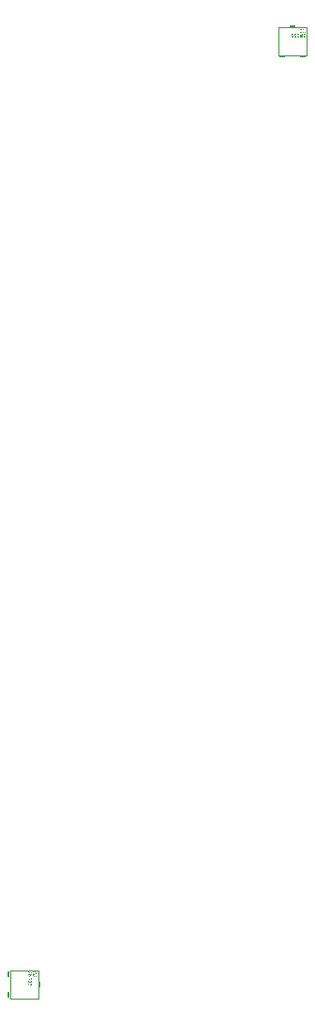
<source format=gbr>
%TF.GenerationSoftware,Altium Limited,Altium Designer,21.3.2 (30)*%
G04 Layer_Color=32768*
%FSLAX24Y24*%
%MOIN*%
%TF.SameCoordinates,B2232A1B-76E2-43D3-9B88-882A457EFEF9*%
%TF.FilePolarity,Positive*%
%TF.FileFunction,Other,Mechanical_7*%
%TF.Part,Single*%
G01*
G75*
%TA.AperFunction,NonConductor*%
%ADD109C,0.0039*%
%ADD111R,0.0236X0.0098*%
%ADD112R,0.0098X0.0236*%
G36*
X36975Y36745D02*
X36978Y36745D01*
X36981Y36745D01*
X36983Y36744D01*
X36986Y36743D01*
X36988Y36743D01*
X36990Y36742D01*
X36992Y36741D01*
X36994Y36740D01*
X36996Y36739D01*
X36997Y36738D01*
X36998Y36737D01*
X36999Y36737D01*
X36999Y36736D01*
X37000Y36736D01*
X37000Y36736D01*
X37002Y36734D01*
X37003Y36732D01*
X37005Y36730D01*
X37006Y36728D01*
X37009Y36723D01*
X37010Y36719D01*
X37011Y36717D01*
X37011Y36715D01*
X37011Y36713D01*
X37012Y36712D01*
X37012Y36711D01*
Y36710D01*
X37012Y36709D01*
Y36709D01*
X36996Y36707D01*
X36996Y36712D01*
X36995Y36715D01*
X36994Y36719D01*
X36993Y36721D01*
X36992Y36723D01*
X36991Y36725D01*
X36990Y36726D01*
X36990Y36726D01*
X36987Y36728D01*
X36984Y36730D01*
X36981Y36731D01*
X36978Y36732D01*
X36976Y36732D01*
X36973Y36733D01*
X36973Y36733D01*
X36972D01*
X36968Y36733D01*
X36964Y36732D01*
X36961Y36731D01*
X36959Y36730D01*
X36957Y36728D01*
X36956Y36727D01*
X36955Y36727D01*
X36954Y36726D01*
X36952Y36724D01*
X36950Y36721D01*
X36949Y36719D01*
X36948Y36716D01*
X36948Y36714D01*
X36948Y36712D01*
X36948Y36711D01*
Y36711D01*
Y36711D01*
X36948Y36708D01*
X36949Y36704D01*
X36950Y36701D01*
X36951Y36698D01*
X36953Y36696D01*
X36954Y36694D01*
X36954Y36693D01*
X36955Y36693D01*
X36955Y36692D01*
Y36692D01*
X36956Y36690D01*
X36958Y36688D01*
X36960Y36686D01*
X36962Y36684D01*
X36967Y36679D01*
X36972Y36675D01*
X36974Y36673D01*
X36976Y36671D01*
X36978Y36670D01*
X36980Y36668D01*
X36981Y36667D01*
X36982Y36666D01*
X36983Y36666D01*
X36983Y36665D01*
X36987Y36662D01*
X36992Y36658D01*
X36995Y36655D01*
X36998Y36652D01*
X37000Y36650D01*
X37002Y36648D01*
X37003Y36647D01*
X37003Y36647D01*
Y36646D01*
X37006Y36643D01*
X37008Y36640D01*
X37009Y36638D01*
X37011Y36635D01*
X37012Y36633D01*
X37013Y36631D01*
X37013Y36630D01*
X37013Y36630D01*
Y36630D01*
X37014Y36628D01*
X37014Y36626D01*
X37015Y36624D01*
X37015Y36622D01*
X37015Y36621D01*
Y36620D01*
Y36619D01*
Y36619D01*
X36932D01*
Y36634D01*
X36994D01*
X36991Y36637D01*
X36990Y36638D01*
X36989Y36640D01*
X36989Y36641D01*
X36988Y36641D01*
X36987Y36642D01*
X36987Y36642D01*
X36986Y36643D01*
X36985Y36644D01*
X36983Y36646D01*
X36980Y36649D01*
X36977Y36652D01*
X36974Y36654D01*
X36972Y36655D01*
X36971Y36656D01*
X36970Y36657D01*
X36970Y36658D01*
X36969Y36658D01*
X36969Y36658D01*
X36966Y36661D01*
X36963Y36663D01*
X36961Y36665D01*
X36958Y36667D01*
X36956Y36669D01*
X36954Y36671D01*
X36952Y36673D01*
X36951Y36674D01*
X36950Y36676D01*
X36948Y36677D01*
X36948Y36678D01*
X36947Y36679D01*
X36946Y36680D01*
X36945Y36680D01*
X36943Y36683D01*
X36941Y36686D01*
X36939Y36689D01*
X36937Y36691D01*
X36936Y36693D01*
X36936Y36694D01*
X36935Y36695D01*
X36935Y36696D01*
X36934Y36698D01*
X36933Y36701D01*
X36932Y36704D01*
X36932Y36706D01*
X36932Y36708D01*
X36932Y36709D01*
Y36710D01*
Y36711D01*
X36932Y36713D01*
X36932Y36716D01*
X36933Y36718D01*
X36933Y36721D01*
X36935Y36725D01*
X36937Y36728D01*
X36938Y36730D01*
X36939Y36731D01*
X36940Y36733D01*
X36941Y36734D01*
X36942Y36734D01*
X36942Y36735D01*
X36942Y36735D01*
X36942Y36735D01*
X36944Y36737D01*
X36947Y36739D01*
X36949Y36740D01*
X36951Y36741D01*
X36956Y36743D01*
X36961Y36744D01*
X36963Y36745D01*
X36965Y36745D01*
X36967Y36745D01*
X36968Y36745D01*
X36969Y36746D01*
X36971D01*
X36975Y36745D01*
D02*
G37*
G36*
X36750D02*
X36753Y36745D01*
X36756Y36745D01*
X36758Y36744D01*
X36761Y36743D01*
X36763Y36743D01*
X36765Y36742D01*
X36767Y36741D01*
X36769Y36740D01*
X36771Y36739D01*
X36772Y36738D01*
X36773Y36737D01*
X36774Y36737D01*
X36774Y36736D01*
X36775Y36736D01*
X36775Y36736D01*
X36777Y36734D01*
X36778Y36732D01*
X36780Y36730D01*
X36781Y36728D01*
X36784Y36723D01*
X36785Y36719D01*
X36786Y36717D01*
X36786Y36715D01*
X36786Y36713D01*
X36787Y36712D01*
X36787Y36711D01*
Y36710D01*
X36787Y36709D01*
Y36709D01*
X36771Y36707D01*
X36771Y36712D01*
X36770Y36715D01*
X36769Y36719D01*
X36768Y36721D01*
X36767Y36723D01*
X36766Y36725D01*
X36765Y36726D01*
X36765Y36726D01*
X36762Y36728D01*
X36759Y36730D01*
X36756Y36731D01*
X36753Y36732D01*
X36751Y36732D01*
X36748Y36733D01*
X36748Y36733D01*
X36747D01*
X36743Y36733D01*
X36739Y36732D01*
X36736Y36731D01*
X36734Y36730D01*
X36732Y36728D01*
X36731Y36727D01*
X36730Y36727D01*
X36729Y36726D01*
X36727Y36724D01*
X36726Y36721D01*
X36724Y36719D01*
X36724Y36716D01*
X36723Y36714D01*
X36723Y36712D01*
X36723Y36711D01*
Y36711D01*
Y36711D01*
X36723Y36708D01*
X36724Y36704D01*
X36725Y36701D01*
X36726Y36698D01*
X36728Y36696D01*
X36729Y36694D01*
X36729Y36693D01*
X36730Y36693D01*
X36730Y36692D01*
Y36692D01*
X36732Y36690D01*
X36733Y36688D01*
X36735Y36686D01*
X36738Y36684D01*
X36742Y36679D01*
X36747Y36675D01*
X36749Y36673D01*
X36751Y36671D01*
X36753Y36670D01*
X36755Y36668D01*
X36756Y36667D01*
X36757Y36666D01*
X36758Y36666D01*
X36758Y36665D01*
X36762Y36662D01*
X36767Y36658D01*
X36770Y36655D01*
X36773Y36652D01*
X36775Y36650D01*
X36777Y36648D01*
X36778Y36647D01*
X36778Y36647D01*
Y36646D01*
X36781Y36643D01*
X36783Y36640D01*
X36785Y36638D01*
X36786Y36635D01*
X36787Y36633D01*
X36788Y36631D01*
X36788Y36630D01*
X36788Y36630D01*
Y36630D01*
X36789Y36628D01*
X36789Y36626D01*
X36790Y36624D01*
X36790Y36622D01*
X36790Y36621D01*
Y36620D01*
Y36619D01*
Y36619D01*
X36707D01*
Y36634D01*
X36769D01*
X36766Y36637D01*
X36765Y36638D01*
X36764Y36640D01*
X36764Y36641D01*
X36763Y36641D01*
X36762Y36642D01*
X36762Y36642D01*
X36761Y36643D01*
X36760Y36644D01*
X36758Y36646D01*
X36755Y36649D01*
X36752Y36652D01*
X36749Y36654D01*
X36747Y36655D01*
X36746Y36656D01*
X36745Y36657D01*
X36745Y36658D01*
X36744Y36658D01*
X36744Y36658D01*
X36741Y36661D01*
X36738Y36663D01*
X36736Y36665D01*
X36733Y36667D01*
X36731Y36669D01*
X36729Y36671D01*
X36728Y36673D01*
X36726Y36674D01*
X36725Y36676D01*
X36724Y36677D01*
X36723Y36678D01*
X36722Y36679D01*
X36721Y36680D01*
X36720Y36680D01*
X36718Y36683D01*
X36716Y36686D01*
X36714Y36689D01*
X36712Y36691D01*
X36711Y36693D01*
X36711Y36694D01*
X36710Y36695D01*
X36710Y36696D01*
X36709Y36698D01*
X36708Y36701D01*
X36708Y36704D01*
X36707Y36706D01*
X36707Y36708D01*
X36707Y36709D01*
Y36710D01*
Y36711D01*
X36707Y36713D01*
X36707Y36716D01*
X36708Y36718D01*
X36708Y36721D01*
X36710Y36725D01*
X36712Y36728D01*
X36713Y36730D01*
X36714Y36731D01*
X36715Y36733D01*
X36716Y36734D01*
X36717Y36734D01*
X36717Y36735D01*
X36717Y36735D01*
X36718Y36735D01*
X36720Y36737D01*
X36722Y36739D01*
X36724Y36740D01*
X36726Y36741D01*
X36731Y36743D01*
X36736Y36744D01*
X36738Y36745D01*
X36740Y36745D01*
X36742Y36745D01*
X36743Y36745D01*
X36744Y36746D01*
X36746D01*
X36750Y36745D01*
D02*
G37*
G36*
X36652D02*
X36655Y36745D01*
X36658Y36745D01*
X36660Y36744D01*
X36663Y36743D01*
X36665Y36743D01*
X36667Y36742D01*
X36669Y36741D01*
X36671Y36740D01*
X36673Y36739D01*
X36674Y36738D01*
X36675Y36737D01*
X36676Y36737D01*
X36677Y36736D01*
X36677Y36736D01*
X36677Y36736D01*
X36679Y36734D01*
X36681Y36732D01*
X36682Y36730D01*
X36683Y36728D01*
X36686Y36723D01*
X36687Y36719D01*
X36688Y36717D01*
X36688Y36715D01*
X36689Y36713D01*
X36689Y36712D01*
X36689Y36711D01*
Y36710D01*
X36689Y36709D01*
Y36709D01*
X36673Y36707D01*
X36673Y36712D01*
X36672Y36715D01*
X36671Y36719D01*
X36670Y36721D01*
X36669Y36723D01*
X36668Y36725D01*
X36667Y36726D01*
X36667Y36726D01*
X36664Y36728D01*
X36661Y36730D01*
X36658Y36731D01*
X36655Y36732D01*
X36653Y36732D01*
X36651Y36733D01*
X36650Y36733D01*
X36649D01*
X36645Y36733D01*
X36641Y36732D01*
X36639Y36731D01*
X36636Y36730D01*
X36634Y36728D01*
X36633Y36727D01*
X36632Y36727D01*
X36631Y36726D01*
X36629Y36724D01*
X36628Y36721D01*
X36626Y36719D01*
X36626Y36716D01*
X36625Y36714D01*
X36625Y36712D01*
X36625Y36711D01*
Y36711D01*
Y36711D01*
X36625Y36708D01*
X36626Y36704D01*
X36627Y36701D01*
X36628Y36698D01*
X36630Y36696D01*
X36631Y36694D01*
X36631Y36693D01*
X36632Y36693D01*
X36632Y36692D01*
Y36692D01*
X36634Y36690D01*
X36635Y36688D01*
X36637Y36686D01*
X36640Y36684D01*
X36644Y36679D01*
X36649Y36675D01*
X36651Y36673D01*
X36653Y36671D01*
X36655Y36670D01*
X36657Y36668D01*
X36658Y36667D01*
X36659Y36666D01*
X36660Y36666D01*
X36660Y36665D01*
X36665Y36662D01*
X36669Y36658D01*
X36672Y36655D01*
X36675Y36652D01*
X36677Y36650D01*
X36679Y36648D01*
X36680Y36647D01*
X36680Y36647D01*
Y36646D01*
X36683Y36643D01*
X36685Y36640D01*
X36687Y36638D01*
X36688Y36635D01*
X36689Y36633D01*
X36690Y36631D01*
X36690Y36630D01*
X36690Y36630D01*
Y36630D01*
X36691Y36628D01*
X36692Y36626D01*
X36692Y36624D01*
X36692Y36622D01*
X36692Y36621D01*
Y36620D01*
Y36619D01*
Y36619D01*
X36609D01*
Y36634D01*
X36671D01*
X36669Y36637D01*
X36667Y36638D01*
X36667Y36640D01*
X36666Y36641D01*
X36665Y36641D01*
X36664Y36642D01*
X36664Y36642D01*
X36663Y36643D01*
X36662Y36644D01*
X36660Y36646D01*
X36657Y36649D01*
X36654Y36652D01*
X36651Y36654D01*
X36649Y36655D01*
X36648Y36656D01*
X36647Y36657D01*
X36647Y36658D01*
X36646Y36658D01*
X36646Y36658D01*
X36643Y36661D01*
X36640Y36663D01*
X36638Y36665D01*
X36635Y36667D01*
X36633Y36669D01*
X36631Y36671D01*
X36630Y36673D01*
X36628Y36674D01*
X36627Y36676D01*
X36626Y36677D01*
X36625Y36678D01*
X36624Y36679D01*
X36623Y36680D01*
X36623Y36680D01*
X36620Y36683D01*
X36618Y36686D01*
X36616Y36689D01*
X36615Y36691D01*
X36613Y36693D01*
X36613Y36694D01*
X36612Y36695D01*
X36612Y36696D01*
X36611Y36698D01*
X36610Y36701D01*
X36610Y36704D01*
X36609Y36706D01*
X36609Y36708D01*
X36609Y36709D01*
Y36710D01*
Y36711D01*
X36609Y36713D01*
X36609Y36716D01*
X36610Y36718D01*
X36611Y36721D01*
X36612Y36725D01*
X36614Y36728D01*
X36615Y36730D01*
X36616Y36731D01*
X36617Y36733D01*
X36618Y36734D01*
X36619Y36734D01*
X36619Y36735D01*
X36619Y36735D01*
X36620Y36735D01*
X36622Y36737D01*
X36624Y36739D01*
X36626Y36740D01*
X36629Y36741D01*
X36633Y36743D01*
X36638Y36744D01*
X36640Y36745D01*
X36642Y36745D01*
X36644Y36745D01*
X36645Y36745D01*
X36647Y36746D01*
X36648D01*
X36652Y36745D01*
D02*
G37*
G36*
X36554D02*
X36557Y36745D01*
X36560Y36745D01*
X36562Y36744D01*
X36565Y36743D01*
X36567Y36743D01*
X36570Y36742D01*
X36572Y36741D01*
X36573Y36740D01*
X36575Y36739D01*
X36576Y36738D01*
X36577Y36737D01*
X36578Y36737D01*
X36579Y36736D01*
X36579Y36736D01*
X36579Y36736D01*
X36581Y36734D01*
X36583Y36732D01*
X36584Y36730D01*
X36586Y36728D01*
X36588Y36723D01*
X36589Y36719D01*
X36590Y36717D01*
X36590Y36715D01*
X36591Y36713D01*
X36591Y36712D01*
X36591Y36711D01*
Y36710D01*
X36591Y36709D01*
Y36709D01*
X36576Y36707D01*
X36575Y36712D01*
X36574Y36715D01*
X36573Y36719D01*
X36572Y36721D01*
X36571Y36723D01*
X36570Y36725D01*
X36569Y36726D01*
X36569Y36726D01*
X36566Y36728D01*
X36563Y36730D01*
X36560Y36731D01*
X36557Y36732D01*
X36555Y36732D01*
X36553Y36733D01*
X36552Y36733D01*
X36551D01*
X36547Y36733D01*
X36544Y36732D01*
X36541Y36731D01*
X36538Y36730D01*
X36536Y36728D01*
X36535Y36727D01*
X36534Y36727D01*
X36534Y36726D01*
X36531Y36724D01*
X36530Y36721D01*
X36528Y36719D01*
X36528Y36716D01*
X36527Y36714D01*
X36527Y36712D01*
X36527Y36711D01*
Y36711D01*
Y36711D01*
X36527Y36708D01*
X36528Y36704D01*
X36529Y36701D01*
X36530Y36698D01*
X36532Y36696D01*
X36533Y36694D01*
X36534Y36693D01*
X36534Y36693D01*
X36534Y36692D01*
Y36692D01*
X36536Y36690D01*
X36538Y36688D01*
X36540Y36686D01*
X36542Y36684D01*
X36546Y36679D01*
X36551Y36675D01*
X36553Y36673D01*
X36555Y36671D01*
X36557Y36670D01*
X36559Y36668D01*
X36560Y36667D01*
X36561Y36666D01*
X36562Y36666D01*
X36562Y36665D01*
X36567Y36662D01*
X36571Y36658D01*
X36574Y36655D01*
X36577Y36652D01*
X36579Y36650D01*
X36581Y36648D01*
X36582Y36647D01*
X36582Y36647D01*
Y36646D01*
X36585Y36643D01*
X36587Y36640D01*
X36589Y36638D01*
X36590Y36635D01*
X36591Y36633D01*
X36592Y36631D01*
X36592Y36630D01*
X36592Y36630D01*
Y36630D01*
X36593Y36628D01*
X36594Y36626D01*
X36594Y36624D01*
X36594Y36622D01*
X36594Y36621D01*
Y36620D01*
Y36619D01*
Y36619D01*
X36511D01*
Y36634D01*
X36573D01*
X36571Y36637D01*
X36570Y36638D01*
X36569Y36640D01*
X36568Y36641D01*
X36567Y36641D01*
X36566Y36642D01*
X36566Y36642D01*
X36565Y36643D01*
X36564Y36644D01*
X36562Y36646D01*
X36559Y36649D01*
X36556Y36652D01*
X36553Y36654D01*
X36552Y36655D01*
X36550Y36656D01*
X36550Y36657D01*
X36549Y36658D01*
X36548Y36658D01*
X36548Y36658D01*
X36545Y36661D01*
X36542Y36663D01*
X36540Y36665D01*
X36538Y36667D01*
X36535Y36669D01*
X36534Y36671D01*
X36532Y36673D01*
X36530Y36674D01*
X36529Y36676D01*
X36528Y36677D01*
X36527Y36678D01*
X36526Y36679D01*
X36525Y36680D01*
X36525Y36680D01*
X36522Y36683D01*
X36520Y36686D01*
X36518Y36689D01*
X36517Y36691D01*
X36516Y36693D01*
X36515Y36694D01*
X36514Y36695D01*
X36514Y36696D01*
X36513Y36698D01*
X36512Y36701D01*
X36512Y36704D01*
X36511Y36706D01*
X36511Y36708D01*
X36511Y36709D01*
Y36710D01*
Y36711D01*
X36511Y36713D01*
X36511Y36716D01*
X36512Y36718D01*
X36513Y36721D01*
X36514Y36725D01*
X36516Y36728D01*
X36517Y36730D01*
X36518Y36731D01*
X36519Y36733D01*
X36520Y36734D01*
X36521Y36734D01*
X36521Y36735D01*
X36522Y36735D01*
X36522Y36735D01*
X36524Y36737D01*
X36526Y36739D01*
X36528Y36740D01*
X36531Y36741D01*
X36535Y36743D01*
X36540Y36744D01*
X36542Y36745D01*
X36544Y36745D01*
X36546Y36745D01*
X36547Y36745D01*
X36549Y36746D01*
X36550D01*
X36554Y36745D01*
D02*
G37*
G36*
X36909Y36619D02*
X36893D01*
Y36718D01*
X36827Y36619D01*
X36810D01*
Y36745D01*
X36826D01*
Y36646D01*
X36892Y36745D01*
X36909D01*
Y36619D01*
D02*
G37*
G36*
X36845Y36912D02*
X36849Y36912D01*
X36854Y36910D01*
X36857Y36909D01*
X36859Y36908D01*
X36860Y36907D01*
X36861Y36906D01*
X36862Y36906D01*
X36863Y36905D01*
X36864Y36905D01*
X36864Y36904D01*
X36864Y36904D01*
X36868Y36901D01*
X36870Y36897D01*
X36873Y36893D01*
X36874Y36889D01*
X36876Y36886D01*
X36876Y36884D01*
X36876Y36883D01*
X36877Y36882D01*
X36877Y36881D01*
X36877Y36880D01*
Y36880D01*
X36861Y36878D01*
X36861Y36882D01*
X36860Y36885D01*
X36858Y36888D01*
X36857Y36890D01*
X36856Y36892D01*
X36855Y36893D01*
X36854Y36894D01*
X36854Y36894D01*
X36851Y36896D01*
X36849Y36898D01*
X36847Y36899D01*
X36844Y36899D01*
X36842Y36900D01*
X36840Y36900D01*
X36839D01*
X36836Y36900D01*
X36833Y36899D01*
X36830Y36898D01*
X36828Y36897D01*
X36826Y36896D01*
X36825Y36895D01*
X36824Y36895D01*
X36824Y36894D01*
X36822Y36892D01*
X36821Y36890D01*
X36820Y36888D01*
X36819Y36885D01*
X36819Y36883D01*
X36818Y36882D01*
Y36881D01*
Y36881D01*
Y36880D01*
Y36878D01*
X36819Y36877D01*
X36819Y36874D01*
X36821Y36871D01*
X36822Y36868D01*
X36824Y36867D01*
X36825Y36866D01*
X36826Y36865D01*
X36826Y36865D01*
X36826D01*
X36829Y36863D01*
X36832Y36862D01*
X36835Y36861D01*
X36838Y36860D01*
X36840Y36860D01*
X36842Y36860D01*
X36845D01*
X36845Y36860D01*
X36846D01*
X36848Y36846D01*
X36846Y36847D01*
X36844Y36847D01*
X36842Y36847D01*
X36840Y36847D01*
X36839Y36848D01*
X36837D01*
X36833Y36847D01*
X36830Y36847D01*
X36827Y36845D01*
X36824Y36844D01*
X36822Y36843D01*
X36821Y36842D01*
X36820Y36841D01*
X36820Y36841D01*
X36817Y36838D01*
X36815Y36835D01*
X36814Y36832D01*
X36813Y36829D01*
X36813Y36827D01*
X36813Y36825D01*
X36813Y36824D01*
Y36824D01*
Y36823D01*
Y36823D01*
X36813Y36819D01*
X36814Y36815D01*
X36815Y36812D01*
X36816Y36810D01*
X36818Y36807D01*
X36819Y36806D01*
X36820Y36805D01*
X36820Y36804D01*
X36823Y36802D01*
X36826Y36800D01*
X36829Y36799D01*
X36832Y36798D01*
X36835Y36797D01*
X36837Y36797D01*
X36837Y36797D01*
X36839D01*
X36842Y36797D01*
X36845Y36798D01*
X36848Y36799D01*
X36850Y36800D01*
X36852Y36801D01*
X36853Y36802D01*
X36854Y36802D01*
X36854Y36803D01*
X36856Y36805D01*
X36858Y36808D01*
X36860Y36811D01*
X36861Y36814D01*
X36862Y36817D01*
X36862Y36818D01*
X36863Y36819D01*
X36863Y36820D01*
X36863Y36821D01*
X36863Y36821D01*
Y36822D01*
X36879Y36820D01*
X36878Y36817D01*
X36878Y36814D01*
X36876Y36809D01*
X36874Y36805D01*
X36873Y36803D01*
X36872Y36801D01*
X36871Y36799D01*
X36870Y36798D01*
X36869Y36797D01*
X36868Y36796D01*
X36867Y36795D01*
X36867Y36795D01*
X36866Y36794D01*
X36866Y36794D01*
X36864Y36792D01*
X36862Y36791D01*
X36860Y36789D01*
X36857Y36788D01*
X36853Y36787D01*
X36848Y36785D01*
X36846Y36785D01*
X36845Y36785D01*
X36843Y36785D01*
X36841Y36784D01*
X36840Y36784D01*
X36839D01*
X36835Y36784D01*
X36832Y36785D01*
X36829Y36785D01*
X36826Y36786D01*
X36823Y36787D01*
X36821Y36788D01*
X36819Y36789D01*
X36817Y36790D01*
X36815Y36791D01*
X36813Y36792D01*
X36812Y36793D01*
X36811Y36794D01*
X36810Y36795D01*
X36809Y36795D01*
X36809Y36795D01*
X36808Y36796D01*
X36806Y36798D01*
X36804Y36800D01*
X36803Y36803D01*
X36801Y36805D01*
X36800Y36807D01*
X36799Y36809D01*
X36798Y36814D01*
X36797Y36816D01*
X36797Y36818D01*
X36797Y36819D01*
X36796Y36821D01*
X36796Y36822D01*
Y36823D01*
Y36823D01*
Y36823D01*
X36796Y36828D01*
X36797Y36832D01*
X36798Y36835D01*
X36799Y36838D01*
X36800Y36841D01*
X36801Y36842D01*
X36802Y36843D01*
X36802Y36844D01*
X36805Y36847D01*
X36808Y36849D01*
X36811Y36851D01*
X36813Y36852D01*
X36816Y36853D01*
X36818Y36854D01*
X36819Y36854D01*
X36819Y36854D01*
X36820Y36855D01*
X36820D01*
X36817Y36856D01*
X36814Y36858D01*
X36812Y36860D01*
X36810Y36861D01*
X36809Y36863D01*
X36808Y36864D01*
X36807Y36865D01*
X36807Y36865D01*
X36805Y36868D01*
X36804Y36870D01*
X36803Y36873D01*
X36803Y36875D01*
X36803Y36877D01*
X36802Y36879D01*
Y36880D01*
Y36880D01*
X36803Y36883D01*
X36803Y36886D01*
X36804Y36889D01*
X36805Y36891D01*
X36806Y36893D01*
X36806Y36895D01*
X36807Y36896D01*
X36807Y36896D01*
X36809Y36899D01*
X36811Y36901D01*
X36813Y36903D01*
X36815Y36905D01*
X36817Y36906D01*
X36819Y36908D01*
X36820Y36908D01*
X36820Y36908D01*
X36820D01*
X36824Y36910D01*
X36827Y36911D01*
X36830Y36912D01*
X36833Y36912D01*
X36835Y36913D01*
X36837Y36913D01*
X36842D01*
X36845Y36912D01*
D02*
G37*
G36*
X36961Y36914D02*
X36967Y36913D01*
X36973Y36912D01*
X36975Y36911D01*
X36977Y36910D01*
X36979Y36910D01*
X36981Y36909D01*
X36983Y36908D01*
X36984Y36908D01*
X36985Y36907D01*
X36986Y36907D01*
X36986Y36907D01*
X36986Y36906D01*
X36991Y36903D01*
X36995Y36899D01*
X36999Y36896D01*
X37002Y36892D01*
X37005Y36888D01*
X37006Y36887D01*
X37006Y36886D01*
X37007Y36885D01*
X37007Y36884D01*
X37008Y36883D01*
X37008Y36883D01*
X37010Y36877D01*
X37012Y36871D01*
X37013Y36866D01*
X37014Y36860D01*
X37015Y36858D01*
X37015Y36856D01*
X37015Y36854D01*
Y36852D01*
X37015Y36851D01*
Y36850D01*
Y36849D01*
Y36849D01*
X37015Y36842D01*
X37014Y36836D01*
X37013Y36833D01*
X37013Y36830D01*
X37012Y36828D01*
X37011Y36825D01*
X37011Y36823D01*
X37010Y36821D01*
X37009Y36819D01*
X37009Y36818D01*
X37009Y36817D01*
X37008Y36816D01*
X37008Y36816D01*
Y36815D01*
X37005Y36810D01*
X37001Y36806D01*
X36998Y36802D01*
X36994Y36798D01*
X36991Y36796D01*
X36990Y36795D01*
X36989Y36794D01*
X36988Y36793D01*
X36987Y36793D01*
X36987Y36793D01*
X36987Y36792D01*
X36984Y36791D01*
X36981Y36790D01*
X36976Y36788D01*
X36971Y36786D01*
X36966Y36785D01*
X36964Y36785D01*
X36962Y36785D01*
X36960Y36784D01*
X36958D01*
X36957Y36784D01*
X36955D01*
X36952Y36784D01*
X36949Y36785D01*
X36943Y36785D01*
X36938Y36787D01*
X36936Y36787D01*
X36934Y36788D01*
X36932Y36789D01*
X36930Y36789D01*
X36928Y36790D01*
X36927Y36791D01*
X36926Y36791D01*
X36925Y36792D01*
X36925Y36792D01*
X36924D01*
X36919Y36788D01*
X36914Y36785D01*
X36910Y36783D01*
X36906Y36780D01*
X36904Y36779D01*
X36902Y36779D01*
X36901Y36778D01*
X36900Y36777D01*
X36899Y36777D01*
X36898Y36777D01*
X36898Y36777D01*
X36897D01*
X36892Y36788D01*
X36896Y36790D01*
X36900Y36791D01*
X36904Y36793D01*
X36907Y36795D01*
X36910Y36797D01*
X36911Y36798D01*
X36912Y36798D01*
X36913Y36799D01*
X36913Y36799D01*
X36914Y36800D01*
X36914D01*
X36910Y36803D01*
X36908Y36807D01*
X36905Y36811D01*
X36903Y36814D01*
X36902Y36817D01*
X36901Y36818D01*
X36900Y36819D01*
X36900Y36820D01*
X36900Y36821D01*
X36900Y36821D01*
Y36821D01*
X36898Y36826D01*
X36897Y36831D01*
X36896Y36836D01*
X36895Y36840D01*
X36895Y36842D01*
X36895Y36844D01*
Y36845D01*
X36895Y36847D01*
Y36848D01*
Y36849D01*
Y36849D01*
Y36849D01*
X36895Y36856D01*
X36896Y36862D01*
X36896Y36865D01*
X36897Y36868D01*
X36898Y36871D01*
X36898Y36873D01*
X36899Y36875D01*
X36900Y36877D01*
X36900Y36879D01*
X36901Y36880D01*
X36902Y36881D01*
X36902Y36882D01*
X36902Y36883D01*
Y36883D01*
X36905Y36888D01*
X36909Y36893D01*
X36912Y36897D01*
X36916Y36900D01*
X36919Y36903D01*
X36920Y36904D01*
X36921Y36905D01*
X36922Y36905D01*
X36923Y36906D01*
X36923Y36906D01*
X36924Y36906D01*
X36926Y36908D01*
X36929Y36909D01*
X36934Y36911D01*
X36940Y36912D01*
X36944Y36913D01*
X36947Y36914D01*
X36949Y36914D01*
X36950Y36914D01*
X36952D01*
X36953Y36914D01*
X36958D01*
X36961Y36914D01*
D02*
G37*
G36*
X27141Y3452D02*
X27143Y3452D01*
X27145Y3452D01*
X27147Y3451D01*
X27149Y3450D01*
X27149D01*
X27149Y3450D01*
X27150Y3450D01*
X27152Y3449D01*
X27154Y3448D01*
X27157Y3447D01*
X27159Y3445D01*
X27162Y3443D01*
X27165Y3440D01*
X27166D01*
X27166Y3440D01*
X27167Y3439D01*
X27169Y3437D01*
X27171Y3435D01*
X27174Y3432D01*
X27177Y3429D01*
X27181Y3425D01*
X27184Y3420D01*
X27185Y3420D01*
X27185Y3419D01*
X27186Y3418D01*
X27187Y3417D01*
X27189Y3415D01*
X27190Y3413D01*
X27192Y3411D01*
X27194Y3409D01*
X27198Y3404D01*
X27203Y3400D01*
X27205Y3397D01*
X27207Y3395D01*
X27209Y3394D01*
X27211Y3392D01*
X27211D01*
X27211Y3392D01*
X27212Y3391D01*
X27213Y3391D01*
X27215Y3390D01*
X27217Y3388D01*
X27220Y3387D01*
X27223Y3386D01*
X27227Y3385D01*
X27230Y3385D01*
X27230D01*
X27230D01*
X27231Y3385D01*
X27233Y3385D01*
X27235Y3386D01*
X27238Y3386D01*
X27240Y3388D01*
X27243Y3389D01*
X27245Y3391D01*
X27246Y3392D01*
X27246Y3393D01*
X27247Y3394D01*
X27249Y3396D01*
X27250Y3399D01*
X27251Y3401D01*
X27252Y3405D01*
X27252Y3409D01*
Y3410D01*
X27252Y3411D01*
X27251Y3413D01*
X27251Y3415D01*
X27250Y3418D01*
X27249Y3421D01*
X27247Y3424D01*
X27245Y3427D01*
X27245Y3427D01*
X27244Y3428D01*
X27242Y3429D01*
X27240Y3430D01*
X27238Y3431D01*
X27234Y3432D01*
X27231Y3433D01*
X27226Y3434D01*
X27228Y3449D01*
X27228D01*
X27229Y3449D01*
X27230D01*
X27231Y3449D01*
X27232Y3449D01*
X27234Y3448D01*
X27236Y3448D01*
X27238Y3447D01*
X27242Y3446D01*
X27247Y3444D01*
X27249Y3442D01*
X27251Y3441D01*
X27253Y3439D01*
X27255Y3437D01*
X27255Y3437D01*
X27255Y3437D01*
X27256Y3436D01*
X27256Y3435D01*
X27257Y3434D01*
X27258Y3433D01*
X27259Y3431D01*
X27260Y3430D01*
X27261Y3428D01*
X27262Y3425D01*
X27262Y3423D01*
X27263Y3420D01*
X27264Y3418D01*
X27264Y3415D01*
X27264Y3412D01*
X27264Y3408D01*
Y3407D01*
X27264Y3405D01*
X27264Y3404D01*
X27264Y3402D01*
X27264Y3400D01*
X27263Y3398D01*
X27262Y3393D01*
X27260Y3389D01*
X27259Y3386D01*
X27258Y3384D01*
X27256Y3382D01*
X27254Y3380D01*
X27254Y3379D01*
X27254Y3379D01*
X27253Y3379D01*
X27252Y3378D01*
X27252Y3377D01*
X27250Y3376D01*
X27249Y3375D01*
X27247Y3374D01*
X27244Y3372D01*
X27240Y3371D01*
X27237Y3370D01*
X27235Y3369D01*
X27232Y3369D01*
X27229Y3369D01*
X27229D01*
X27228D01*
X27227Y3369D01*
X27225Y3369D01*
X27223Y3370D01*
X27220Y3370D01*
X27217Y3371D01*
X27215Y3372D01*
X27214Y3372D01*
X27213Y3373D01*
X27212Y3373D01*
X27210Y3375D01*
X27208Y3376D01*
X27205Y3378D01*
X27202Y3380D01*
X27199Y3383D01*
X27199Y3383D01*
X27198Y3384D01*
X27197Y3385D01*
X27196Y3386D01*
X27195Y3387D01*
X27193Y3388D01*
X27192Y3390D01*
X27190Y3391D01*
X27188Y3393D01*
X27186Y3395D01*
X27184Y3398D01*
X27182Y3400D01*
X27180Y3403D01*
X27177Y3406D01*
X27177Y3406D01*
X27177Y3407D01*
X27176Y3407D01*
X27175Y3408D01*
X27174Y3409D01*
X27173Y3411D01*
X27171Y3414D01*
X27168Y3417D01*
X27165Y3420D01*
X27163Y3422D01*
X27162Y3423D01*
X27161Y3424D01*
X27161Y3424D01*
X27160Y3425D01*
X27160Y3426D01*
X27159Y3427D01*
X27157Y3428D01*
X27156Y3429D01*
X27153Y3431D01*
Y3369D01*
X27138D01*
Y3452D01*
X27138D01*
X27139D01*
X27140D01*
X27141Y3452D01*
D02*
G37*
G36*
X27264Y3329D02*
X27165Y3263D01*
X27264D01*
Y3247D01*
X27138D01*
Y3264D01*
X27237Y3330D01*
X27138D01*
Y3346D01*
X27264D01*
Y3329D01*
D02*
G37*
G36*
X27141Y3227D02*
X27143Y3227D01*
X27145Y3227D01*
X27147Y3226D01*
X27149Y3225D01*
X27149D01*
X27149Y3225D01*
X27150Y3225D01*
X27152Y3224D01*
X27154Y3223D01*
X27157Y3222D01*
X27159Y3220D01*
X27162Y3218D01*
X27165Y3215D01*
X27166D01*
X27166Y3215D01*
X27167Y3214D01*
X27169Y3212D01*
X27171Y3210D01*
X27174Y3207D01*
X27177Y3204D01*
X27181Y3200D01*
X27184Y3195D01*
X27185Y3195D01*
X27185Y3194D01*
X27186Y3193D01*
X27187Y3192D01*
X27189Y3190D01*
X27190Y3188D01*
X27192Y3186D01*
X27194Y3184D01*
X27198Y3179D01*
X27203Y3175D01*
X27205Y3173D01*
X27207Y3171D01*
X27209Y3169D01*
X27211Y3167D01*
X27211D01*
X27211Y3167D01*
X27212Y3167D01*
X27213Y3166D01*
X27215Y3165D01*
X27217Y3163D01*
X27220Y3162D01*
X27223Y3161D01*
X27227Y3160D01*
X27230Y3160D01*
X27230D01*
X27230D01*
X27231Y3160D01*
X27233Y3160D01*
X27235Y3161D01*
X27238Y3161D01*
X27240Y3163D01*
X27243Y3164D01*
X27245Y3167D01*
X27246Y3167D01*
X27246Y3168D01*
X27247Y3169D01*
X27249Y3171D01*
X27250Y3174D01*
X27251Y3177D01*
X27252Y3180D01*
X27252Y3184D01*
Y3185D01*
X27252Y3186D01*
X27251Y3188D01*
X27251Y3190D01*
X27250Y3193D01*
X27249Y3196D01*
X27247Y3199D01*
X27245Y3202D01*
X27245Y3202D01*
X27244Y3203D01*
X27242Y3204D01*
X27240Y3205D01*
X27238Y3206D01*
X27234Y3207D01*
X27231Y3208D01*
X27226Y3209D01*
X27228Y3224D01*
X27228D01*
X27229Y3224D01*
X27230D01*
X27231Y3224D01*
X27232Y3224D01*
X27234Y3223D01*
X27236Y3223D01*
X27238Y3222D01*
X27242Y3221D01*
X27247Y3219D01*
X27249Y3217D01*
X27251Y3216D01*
X27253Y3214D01*
X27255Y3212D01*
X27255Y3212D01*
X27255Y3212D01*
X27256Y3211D01*
X27256Y3210D01*
X27257Y3209D01*
X27258Y3208D01*
X27259Y3206D01*
X27260Y3205D01*
X27261Y3203D01*
X27262Y3200D01*
X27262Y3198D01*
X27263Y3195D01*
X27264Y3193D01*
X27264Y3190D01*
X27264Y3187D01*
X27264Y3183D01*
Y3182D01*
X27264Y3180D01*
X27264Y3179D01*
X27264Y3177D01*
X27264Y3175D01*
X27263Y3173D01*
X27262Y3168D01*
X27260Y3164D01*
X27259Y3161D01*
X27258Y3159D01*
X27256Y3157D01*
X27254Y3155D01*
X27254Y3155D01*
X27254Y3154D01*
X27253Y3154D01*
X27252Y3153D01*
X27252Y3152D01*
X27250Y3151D01*
X27249Y3150D01*
X27247Y3149D01*
X27244Y3147D01*
X27240Y3146D01*
X27237Y3145D01*
X27235Y3144D01*
X27232Y3144D01*
X27229Y3144D01*
X27229D01*
X27228D01*
X27227Y3144D01*
X27225Y3144D01*
X27223Y3145D01*
X27220Y3145D01*
X27217Y3146D01*
X27215Y3147D01*
X27214Y3147D01*
X27213Y3148D01*
X27212Y3149D01*
X27210Y3150D01*
X27208Y3151D01*
X27205Y3153D01*
X27202Y3155D01*
X27199Y3158D01*
X27199Y3158D01*
X27198Y3159D01*
X27197Y3160D01*
X27196Y3161D01*
X27195Y3162D01*
X27193Y3163D01*
X27192Y3165D01*
X27190Y3167D01*
X27188Y3168D01*
X27186Y3171D01*
X27184Y3173D01*
X27182Y3175D01*
X27180Y3178D01*
X27177Y3181D01*
X27177Y3181D01*
X27177Y3182D01*
X27176Y3183D01*
X27175Y3183D01*
X27174Y3185D01*
X27173Y3186D01*
X27171Y3189D01*
X27168Y3192D01*
X27165Y3195D01*
X27163Y3197D01*
X27162Y3198D01*
X27161Y3199D01*
X27161Y3199D01*
X27160Y3200D01*
X27160Y3201D01*
X27159Y3202D01*
X27157Y3203D01*
X27156Y3204D01*
X27153Y3206D01*
Y3144D01*
X27138D01*
Y3227D01*
X27138D01*
X27139D01*
X27140D01*
X27141Y3227D01*
D02*
G37*
G36*
Y3129D02*
X27143Y3129D01*
X27145Y3129D01*
X27147Y3128D01*
X27149Y3128D01*
X27149D01*
X27149Y3127D01*
X27150Y3127D01*
X27152Y3126D01*
X27154Y3125D01*
X27157Y3124D01*
X27159Y3122D01*
X27162Y3120D01*
X27165Y3117D01*
X27166D01*
X27166Y3117D01*
X27167Y3116D01*
X27169Y3114D01*
X27171Y3112D01*
X27174Y3109D01*
X27177Y3106D01*
X27181Y3102D01*
X27184Y3097D01*
X27185Y3097D01*
X27185Y3096D01*
X27186Y3095D01*
X27187Y3094D01*
X27189Y3092D01*
X27190Y3090D01*
X27192Y3088D01*
X27194Y3086D01*
X27198Y3081D01*
X27203Y3077D01*
X27205Y3075D01*
X27207Y3073D01*
X27209Y3071D01*
X27211Y3069D01*
X27211D01*
X27211Y3069D01*
X27212Y3069D01*
X27213Y3068D01*
X27215Y3067D01*
X27217Y3066D01*
X27220Y3064D01*
X27223Y3063D01*
X27227Y3062D01*
X27230Y3062D01*
X27230D01*
X27230D01*
X27231Y3062D01*
X27233Y3062D01*
X27235Y3063D01*
X27238Y3064D01*
X27240Y3065D01*
X27243Y3066D01*
X27245Y3069D01*
X27246Y3069D01*
X27246Y3070D01*
X27247Y3071D01*
X27249Y3073D01*
X27250Y3076D01*
X27251Y3079D01*
X27252Y3082D01*
X27252Y3086D01*
Y3087D01*
X27252Y3088D01*
X27251Y3090D01*
X27251Y3092D01*
X27250Y3095D01*
X27249Y3098D01*
X27247Y3101D01*
X27245Y3104D01*
X27245Y3104D01*
X27244Y3105D01*
X27242Y3106D01*
X27240Y3107D01*
X27238Y3108D01*
X27234Y3110D01*
X27231Y3110D01*
X27226Y3111D01*
X27228Y3126D01*
X27228D01*
X27229Y3126D01*
X27230D01*
X27231Y3126D01*
X27232Y3126D01*
X27234Y3125D01*
X27236Y3125D01*
X27238Y3124D01*
X27242Y3123D01*
X27247Y3121D01*
X27249Y3119D01*
X27251Y3118D01*
X27253Y3116D01*
X27255Y3114D01*
X27255Y3114D01*
X27255Y3114D01*
X27256Y3113D01*
X27256Y3112D01*
X27257Y3111D01*
X27258Y3110D01*
X27259Y3108D01*
X27260Y3107D01*
X27261Y3105D01*
X27262Y3102D01*
X27262Y3100D01*
X27263Y3098D01*
X27264Y3095D01*
X27264Y3092D01*
X27264Y3089D01*
X27264Y3086D01*
Y3084D01*
X27264Y3082D01*
X27264Y3081D01*
X27264Y3079D01*
X27264Y3077D01*
X27263Y3075D01*
X27262Y3070D01*
X27260Y3066D01*
X27259Y3063D01*
X27258Y3061D01*
X27256Y3059D01*
X27254Y3057D01*
X27254Y3057D01*
X27254Y3056D01*
X27253Y3056D01*
X27252Y3055D01*
X27252Y3054D01*
X27250Y3053D01*
X27249Y3052D01*
X27247Y3051D01*
X27244Y3049D01*
X27240Y3048D01*
X27237Y3047D01*
X27235Y3047D01*
X27232Y3046D01*
X27229Y3046D01*
X27229D01*
X27228D01*
X27227Y3046D01*
X27225Y3046D01*
X27223Y3047D01*
X27220Y3047D01*
X27217Y3048D01*
X27215Y3049D01*
X27214Y3049D01*
X27213Y3050D01*
X27212Y3051D01*
X27210Y3052D01*
X27208Y3053D01*
X27205Y3055D01*
X27202Y3057D01*
X27199Y3060D01*
X27199Y3060D01*
X27198Y3061D01*
X27197Y3062D01*
X27196Y3063D01*
X27195Y3064D01*
X27193Y3065D01*
X27192Y3067D01*
X27190Y3069D01*
X27188Y3070D01*
X27186Y3073D01*
X27184Y3075D01*
X27182Y3078D01*
X27180Y3080D01*
X27177Y3083D01*
X27177Y3084D01*
X27177Y3084D01*
X27176Y3085D01*
X27175Y3086D01*
X27174Y3087D01*
X27173Y3088D01*
X27171Y3091D01*
X27168Y3094D01*
X27165Y3097D01*
X27163Y3099D01*
X27162Y3100D01*
X27161Y3101D01*
X27161Y3102D01*
X27160Y3102D01*
X27160Y3103D01*
X27159Y3104D01*
X27157Y3105D01*
X27156Y3106D01*
X27153Y3108D01*
Y3046D01*
X27138D01*
Y3129D01*
X27138D01*
X27139D01*
X27140D01*
X27141Y3129D01*
D02*
G37*
G36*
Y3031D02*
X27143Y3031D01*
X27145Y3031D01*
X27147Y3030D01*
X27149Y3030D01*
X27149D01*
X27149Y3029D01*
X27150Y3029D01*
X27152Y3028D01*
X27154Y3027D01*
X27157Y3026D01*
X27159Y3024D01*
X27162Y3022D01*
X27165Y3019D01*
X27166D01*
X27166Y3019D01*
X27167Y3018D01*
X27169Y3017D01*
X27171Y3014D01*
X27174Y3011D01*
X27177Y3008D01*
X27181Y3004D01*
X27184Y2999D01*
X27185Y2999D01*
X27185Y2998D01*
X27186Y2997D01*
X27187Y2996D01*
X27189Y2994D01*
X27190Y2992D01*
X27192Y2990D01*
X27194Y2988D01*
X27198Y2983D01*
X27203Y2979D01*
X27205Y2977D01*
X27207Y2975D01*
X27209Y2973D01*
X27211Y2971D01*
X27211D01*
X27211Y2971D01*
X27212Y2971D01*
X27213Y2970D01*
X27215Y2969D01*
X27217Y2968D01*
X27220Y2966D01*
X27223Y2965D01*
X27227Y2964D01*
X27230Y2964D01*
X27230D01*
X27230D01*
X27231Y2964D01*
X27233Y2964D01*
X27235Y2965D01*
X27238Y2966D01*
X27240Y2967D01*
X27243Y2968D01*
X27245Y2971D01*
X27246Y2971D01*
X27246Y2972D01*
X27247Y2973D01*
X27249Y2975D01*
X27250Y2978D01*
X27251Y2981D01*
X27252Y2984D01*
X27252Y2988D01*
Y2989D01*
X27252Y2990D01*
X27251Y2992D01*
X27251Y2995D01*
X27250Y2997D01*
X27249Y3000D01*
X27247Y3003D01*
X27245Y3006D01*
X27245Y3006D01*
X27244Y3007D01*
X27242Y3008D01*
X27240Y3009D01*
X27238Y3011D01*
X27234Y3012D01*
X27231Y3012D01*
X27226Y3013D01*
X27228Y3029D01*
X27228D01*
X27229Y3028D01*
X27230D01*
X27231Y3028D01*
X27232Y3028D01*
X27234Y3027D01*
X27236Y3027D01*
X27238Y3026D01*
X27242Y3025D01*
X27247Y3023D01*
X27249Y3021D01*
X27251Y3020D01*
X27253Y3018D01*
X27255Y3016D01*
X27255Y3016D01*
X27255Y3016D01*
X27256Y3015D01*
X27256Y3014D01*
X27257Y3013D01*
X27258Y3012D01*
X27259Y3011D01*
X27260Y3009D01*
X27261Y3007D01*
X27262Y3005D01*
X27262Y3002D01*
X27263Y3000D01*
X27264Y2997D01*
X27264Y2994D01*
X27264Y2991D01*
X27264Y2988D01*
Y2986D01*
X27264Y2985D01*
X27264Y2983D01*
X27264Y2981D01*
X27264Y2979D01*
X27263Y2977D01*
X27262Y2973D01*
X27260Y2968D01*
X27259Y2965D01*
X27258Y2963D01*
X27256Y2961D01*
X27254Y2959D01*
X27254Y2959D01*
X27254Y2958D01*
X27253Y2958D01*
X27252Y2957D01*
X27252Y2956D01*
X27250Y2955D01*
X27249Y2954D01*
X27247Y2953D01*
X27244Y2952D01*
X27240Y2950D01*
X27237Y2949D01*
X27235Y2949D01*
X27232Y2948D01*
X27229Y2948D01*
X27229D01*
X27228D01*
X27227Y2948D01*
X27225Y2948D01*
X27223Y2949D01*
X27220Y2950D01*
X27217Y2950D01*
X27215Y2951D01*
X27214Y2952D01*
X27213Y2952D01*
X27212Y2953D01*
X27210Y2954D01*
X27208Y2955D01*
X27205Y2957D01*
X27202Y2959D01*
X27199Y2962D01*
X27199Y2962D01*
X27198Y2963D01*
X27197Y2964D01*
X27196Y2965D01*
X27195Y2966D01*
X27193Y2967D01*
X27192Y2969D01*
X27190Y2971D01*
X27188Y2973D01*
X27186Y2975D01*
X27184Y2977D01*
X27182Y2980D01*
X27180Y2983D01*
X27177Y2985D01*
X27177Y2986D01*
X27177Y2986D01*
X27176Y2987D01*
X27175Y2988D01*
X27174Y2989D01*
X27173Y2990D01*
X27171Y2993D01*
X27168Y2996D01*
X27165Y2999D01*
X27163Y3001D01*
X27162Y3003D01*
X27161Y3003D01*
X27161Y3004D01*
X27160Y3004D01*
X27160Y3005D01*
X27159Y3006D01*
X27157Y3007D01*
X27156Y3008D01*
X27153Y3010D01*
Y2948D01*
X27138D01*
Y3031D01*
X27138D01*
X27139D01*
X27140D01*
X27141Y3031D01*
D02*
G37*
G36*
X27371Y3452D02*
X27373D01*
X27375Y3452D01*
X27377Y3452D01*
X27379Y3452D01*
X27385Y3451D01*
X27390Y3449D01*
X27396Y3448D01*
X27402Y3445D01*
X27402Y3445D01*
X27403Y3445D01*
X27404Y3444D01*
X27405Y3444D01*
X27406Y3443D01*
X27407Y3442D01*
X27411Y3439D01*
X27414Y3436D01*
X27418Y3433D01*
X27422Y3428D01*
X27425Y3424D01*
X27426Y3423D01*
X27426Y3423D01*
X27426Y3422D01*
X27427Y3421D01*
X27427Y3420D01*
X27428Y3418D01*
X27429Y3416D01*
X27429Y3414D01*
X27430Y3412D01*
X27431Y3410D01*
X27432Y3404D01*
X27433Y3399D01*
X27433Y3395D01*
Y3391D01*
X27433Y3389D01*
Y3388D01*
X27433Y3386D01*
X27433Y3384D01*
X27432Y3382D01*
X27431Y3377D01*
X27430Y3371D01*
X27428Y3366D01*
X27426Y3363D01*
X27425Y3361D01*
X27425Y3361D01*
X27425Y3360D01*
X27424Y3359D01*
X27424Y3358D01*
X27423Y3357D01*
X27422Y3356D01*
X27419Y3353D01*
X27416Y3349D01*
X27412Y3346D01*
X27407Y3342D01*
X27402Y3339D01*
X27402D01*
X27401Y3339D01*
X27400Y3339D01*
X27399Y3338D01*
X27398Y3338D01*
X27396Y3337D01*
X27394Y3336D01*
X27392Y3336D01*
X27390Y3335D01*
X27387Y3334D01*
X27384Y3334D01*
X27381Y3333D01*
X27375Y3332D01*
X27368Y3332D01*
X27368D01*
X27368D01*
X27367D01*
X27366D01*
X27364Y3332D01*
X27363D01*
X27361Y3332D01*
X27359Y3332D01*
X27355Y3333D01*
X27350Y3334D01*
X27345Y3335D01*
X27340Y3337D01*
X27340D01*
X27340Y3337D01*
X27339Y3337D01*
X27338Y3338D01*
X27337Y3338D01*
X27336Y3339D01*
X27333Y3340D01*
X27329Y3342D01*
X27326Y3345D01*
X27322Y3348D01*
X27319Y3351D01*
Y3351D01*
X27318Y3350D01*
X27318Y3350D01*
X27317Y3349D01*
X27317Y3348D01*
X27316Y3347D01*
X27314Y3344D01*
X27312Y3341D01*
X27310Y3337D01*
X27309Y3333D01*
X27307Y3330D01*
X27295Y3334D01*
Y3335D01*
X27296Y3335D01*
X27296Y3336D01*
X27296Y3337D01*
X27297Y3338D01*
X27298Y3340D01*
X27298Y3341D01*
X27299Y3343D01*
X27301Y3347D01*
X27304Y3352D01*
X27307Y3357D01*
X27311Y3362D01*
Y3362D01*
X27311Y3362D01*
X27310Y3363D01*
X27310Y3364D01*
X27309Y3365D01*
X27308Y3367D01*
X27308Y3369D01*
X27307Y3371D01*
X27306Y3373D01*
X27306Y3375D01*
X27304Y3381D01*
X27303Y3386D01*
X27303Y3389D01*
X27303Y3393D01*
Y3394D01*
X27303Y3395D01*
Y3397D01*
X27303Y3399D01*
X27304Y3401D01*
X27304Y3403D01*
X27305Y3408D01*
X27307Y3413D01*
X27309Y3418D01*
X27310Y3421D01*
X27311Y3424D01*
X27311Y3424D01*
X27312Y3424D01*
X27312Y3425D01*
X27313Y3426D01*
X27314Y3427D01*
X27315Y3428D01*
X27317Y3432D01*
X27321Y3435D01*
X27325Y3438D01*
X27329Y3442D01*
X27334Y3445D01*
X27335D01*
X27335Y3445D01*
X27336Y3446D01*
X27337Y3446D01*
X27338Y3447D01*
X27340Y3447D01*
X27342Y3448D01*
X27344Y3449D01*
X27347Y3449D01*
X27349Y3450D01*
X27352Y3451D01*
X27355Y3451D01*
X27361Y3452D01*
X27368Y3452D01*
X27368D01*
X27369D01*
X27370D01*
X27371Y3452D01*
D02*
G37*
G36*
X27309Y3318D02*
X27310Y3318D01*
X27312Y3317D01*
X27314Y3317D01*
X27316Y3316D01*
X27316D01*
X27316Y3316D01*
X27317Y3316D01*
X27319Y3315D01*
X27321Y3314D01*
X27324Y3312D01*
X27327Y3311D01*
X27330Y3309D01*
X27333Y3306D01*
X27333D01*
X27333Y3306D01*
X27334Y3305D01*
X27336Y3303D01*
X27338Y3301D01*
X27341Y3298D01*
X27344Y3295D01*
X27348Y3290D01*
X27352Y3286D01*
X27352Y3286D01*
X27352Y3285D01*
X27353Y3284D01*
X27354Y3283D01*
X27356Y3281D01*
X27358Y3279D01*
X27359Y3277D01*
X27361Y3275D01*
X27366Y3270D01*
X27370Y3266D01*
X27372Y3263D01*
X27374Y3261D01*
X27376Y3260D01*
X27378Y3258D01*
X27379D01*
X27379Y3258D01*
X27379Y3257D01*
X27380Y3257D01*
X27382Y3256D01*
X27384Y3254D01*
X27387Y3253D01*
X27390Y3252D01*
X27394Y3251D01*
X27397Y3251D01*
X27397D01*
X27398D01*
X27399Y3251D01*
X27400Y3251D01*
X27402Y3252D01*
X27405Y3252D01*
X27408Y3254D01*
X27410Y3255D01*
X27413Y3257D01*
X27413Y3258D01*
X27414Y3259D01*
X27415Y3260D01*
X27416Y3262D01*
X27417Y3264D01*
X27418Y3267D01*
X27419Y3271D01*
X27419Y3275D01*
Y3276D01*
X27419Y3276D01*
X27419Y3279D01*
X27418Y3281D01*
X27417Y3284D01*
X27416Y3287D01*
X27414Y3290D01*
X27412Y3293D01*
X27412Y3293D01*
X27411Y3294D01*
X27410Y3295D01*
X27407Y3296D01*
X27405Y3297D01*
X27402Y3298D01*
X27398Y3299D01*
X27394Y3299D01*
X27395Y3315D01*
X27396D01*
X27396Y3315D01*
X27397D01*
X27398Y3315D01*
X27400Y3314D01*
X27401Y3314D01*
X27403Y3314D01*
X27405Y3313D01*
X27410Y3312D01*
X27414Y3309D01*
X27416Y3308D01*
X27418Y3306D01*
X27420Y3305D01*
X27422Y3303D01*
X27422Y3303D01*
X27423Y3302D01*
X27423Y3302D01*
X27424Y3301D01*
X27424Y3300D01*
X27425Y3299D01*
X27426Y3297D01*
X27427Y3295D01*
X27428Y3293D01*
X27429Y3291D01*
X27430Y3289D01*
X27430Y3286D01*
X27431Y3284D01*
X27431Y3281D01*
X27432Y3278D01*
X27432Y3274D01*
Y3272D01*
X27432Y3271D01*
X27431Y3270D01*
X27431Y3268D01*
X27431Y3266D01*
X27430Y3264D01*
X27429Y3259D01*
X27427Y3254D01*
X27426Y3252D01*
X27425Y3250D01*
X27423Y3248D01*
X27422Y3246D01*
X27421Y3245D01*
X27421Y3245D01*
X27420Y3245D01*
X27420Y3244D01*
X27419Y3243D01*
X27418Y3242D01*
X27416Y3241D01*
X27415Y3240D01*
X27411Y3238D01*
X27407Y3236D01*
X27405Y3236D01*
X27402Y3235D01*
X27400Y3235D01*
X27397Y3235D01*
X27396D01*
X27396D01*
X27394Y3235D01*
X27392Y3235D01*
X27390Y3235D01*
X27387Y3236D01*
X27385Y3237D01*
X27382Y3238D01*
X27382Y3238D01*
X27381Y3239D01*
X27379Y3239D01*
X27377Y3240D01*
X27375Y3242D01*
X27372Y3244D01*
X27370Y3246D01*
X27366Y3248D01*
X27366Y3249D01*
X27365Y3250D01*
X27364Y3251D01*
X27363Y3252D01*
X27362Y3253D01*
X27361Y3254D01*
X27359Y3256D01*
X27358Y3257D01*
X27356Y3259D01*
X27354Y3261D01*
X27352Y3264D01*
X27349Y3266D01*
X27347Y3269D01*
X27344Y3272D01*
X27344Y3272D01*
X27344Y3273D01*
X27343Y3273D01*
X27343Y3274D01*
X27341Y3275D01*
X27340Y3277D01*
X27338Y3280D01*
X27335Y3283D01*
X27333Y3286D01*
X27330Y3288D01*
X27329Y3289D01*
X27328Y3290D01*
X27328Y3290D01*
X27328Y3291D01*
X27327Y3292D01*
X27326Y3292D01*
X27325Y3293D01*
X27323Y3294D01*
X27320Y3297D01*
Y3235D01*
X27305D01*
Y3318D01*
X27305D01*
X27306D01*
X27307D01*
X27309Y3318D01*
D02*
G37*
%LPC*%
G36*
X36957Y36900D02*
X36955D01*
X36950Y36900D01*
X36946Y36899D01*
X36942Y36898D01*
X36939Y36897D01*
X36936Y36896D01*
X36935Y36895D01*
X36934Y36895D01*
X36933Y36894D01*
X36933Y36894D01*
X36933Y36894D01*
X36932D01*
X36929Y36891D01*
X36926Y36888D01*
X36923Y36885D01*
X36921Y36882D01*
X36919Y36880D01*
X36918Y36878D01*
X36918Y36877D01*
X36917Y36876D01*
X36917Y36876D01*
Y36876D01*
X36915Y36872D01*
X36914Y36867D01*
X36913Y36862D01*
X36913Y36858D01*
X36912Y36856D01*
X36912Y36855D01*
Y36853D01*
X36912Y36852D01*
Y36851D01*
Y36850D01*
Y36849D01*
Y36849D01*
X36912Y36844D01*
X36912Y36840D01*
X36913Y36835D01*
X36914Y36831D01*
X36915Y36828D01*
X36917Y36825D01*
X36918Y36822D01*
X36919Y36819D01*
X36921Y36817D01*
X36922Y36815D01*
X36923Y36813D01*
X36924Y36811D01*
X36925Y36810D01*
X36926Y36809D01*
X36926Y36809D01*
X36927Y36809D01*
X36930Y36812D01*
X36934Y36814D01*
X36938Y36816D01*
X36942Y36818D01*
X36945Y36819D01*
X36947Y36820D01*
X36948Y36820D01*
X36949Y36821D01*
X36950Y36821D01*
X36950Y36821D01*
X36950D01*
X36955Y36809D01*
X36951Y36808D01*
X36948Y36807D01*
X36946Y36806D01*
X36943Y36805D01*
X36941Y36803D01*
X36939Y36803D01*
X36938Y36802D01*
X36938Y36802D01*
X36941Y36801D01*
X36944Y36800D01*
X36947Y36799D01*
X36950Y36799D01*
X36952Y36799D01*
X36953Y36798D01*
X36955D01*
X36958Y36799D01*
X36962Y36799D01*
X36965Y36800D01*
X36968Y36800D01*
X36971Y36801D01*
X36973Y36803D01*
X36976Y36804D01*
X36978Y36805D01*
X36980Y36806D01*
X36981Y36807D01*
X36983Y36808D01*
X36984Y36809D01*
X36985Y36810D01*
X36986Y36811D01*
X36986Y36811D01*
X36986Y36811D01*
X36988Y36814D01*
X36990Y36817D01*
X36992Y36820D01*
X36993Y36823D01*
X36994Y36826D01*
X36995Y36829D01*
X36997Y36835D01*
X36997Y36838D01*
X36997Y36841D01*
X36998Y36843D01*
X36998Y36845D01*
X36998Y36847D01*
Y36848D01*
Y36849D01*
Y36849D01*
X36998Y36854D01*
X36998Y36858D01*
X36997Y36862D01*
X36996Y36866D01*
X36995Y36869D01*
X36994Y36872D01*
X36993Y36875D01*
X36992Y36878D01*
X36991Y36880D01*
X36990Y36882D01*
X36989Y36884D01*
X36988Y36885D01*
X36987Y36886D01*
X36987Y36887D01*
X36986Y36887D01*
X36986Y36887D01*
X36984Y36890D01*
X36981Y36891D01*
X36979Y36893D01*
X36976Y36895D01*
X36973Y36896D01*
X36971Y36897D01*
X36968Y36898D01*
X36966Y36898D01*
X36964Y36899D01*
X36962Y36899D01*
X36960Y36900D01*
X36958Y36900D01*
X36957Y36900D01*
D02*
G37*
G36*
X27368Y3435D02*
X27368D01*
X27367D01*
X27366D01*
X27364Y3435D01*
X27362Y3435D01*
X27360Y3435D01*
X27357Y3434D01*
X27354Y3434D01*
X27348Y3432D01*
X27345Y3432D01*
X27342Y3430D01*
X27339Y3429D01*
X27336Y3427D01*
X27333Y3426D01*
X27330Y3423D01*
X27330Y3423D01*
X27330Y3423D01*
X27329Y3422D01*
X27328Y3421D01*
X27327Y3420D01*
X27326Y3418D01*
X27325Y3417D01*
X27324Y3415D01*
X27323Y3413D01*
X27321Y3410D01*
X27320Y3408D01*
X27319Y3405D01*
X27319Y3402D01*
X27318Y3399D01*
X27317Y3396D01*
X27317Y3392D01*
Y3391D01*
X27317Y3389D01*
X27318Y3387D01*
X27318Y3384D01*
X27319Y3381D01*
X27319Y3378D01*
X27321Y3375D01*
X27321Y3376D01*
X27321Y3377D01*
X27322Y3378D01*
X27323Y3380D01*
X27325Y3383D01*
X27326Y3385D01*
X27327Y3389D01*
X27328Y3392D01*
X27340Y3388D01*
Y3387D01*
X27340Y3387D01*
X27339Y3386D01*
X27339Y3385D01*
X27339Y3384D01*
X27338Y3383D01*
X27337Y3379D01*
X27335Y3375D01*
X27333Y3371D01*
X27331Y3368D01*
X27328Y3364D01*
X27328Y3364D01*
X27328Y3363D01*
X27329Y3362D01*
X27330Y3361D01*
X27332Y3360D01*
X27333Y3359D01*
X27335Y3358D01*
X27338Y3356D01*
X27341Y3355D01*
X27344Y3354D01*
X27347Y3353D01*
X27350Y3351D01*
X27354Y3350D01*
X27359Y3350D01*
X27363Y3349D01*
X27368Y3349D01*
X27368D01*
X27369D01*
X27370D01*
X27371D01*
X27372Y3349D01*
X27374D01*
X27375Y3349D01*
X27377Y3350D01*
X27381Y3350D01*
X27386Y3351D01*
X27390Y3353D01*
X27395Y3354D01*
X27395D01*
X27395Y3355D01*
X27396Y3355D01*
X27397Y3355D01*
X27399Y3357D01*
X27401Y3358D01*
X27404Y3360D01*
X27407Y3363D01*
X27410Y3366D01*
X27413Y3370D01*
Y3370D01*
X27413Y3370D01*
X27413Y3371D01*
X27414Y3371D01*
X27414Y3372D01*
X27415Y3373D01*
X27416Y3376D01*
X27417Y3379D01*
X27418Y3383D01*
X27419Y3388D01*
X27419Y3392D01*
Y3394D01*
X27419Y3395D01*
X27419Y3397D01*
X27418Y3399D01*
X27418Y3401D01*
X27417Y3403D01*
X27417Y3405D01*
X27416Y3408D01*
X27415Y3410D01*
X27414Y3413D01*
X27412Y3416D01*
X27410Y3418D01*
X27408Y3421D01*
X27406Y3423D01*
X27406Y3423D01*
X27406Y3424D01*
X27405Y3424D01*
X27404Y3425D01*
X27402Y3426D01*
X27401Y3427D01*
X27399Y3428D01*
X27397Y3429D01*
X27394Y3430D01*
X27391Y3432D01*
X27388Y3432D01*
X27385Y3433D01*
X27381Y3434D01*
X27377Y3435D01*
X27373Y3435D01*
X27368Y3435D01*
D02*
G37*
%LPD*%
D109*
X36031Y35979D02*
Y36983D01*
X37055Y35979D02*
Y36983D01*
X36031D02*
X37055D01*
X36031Y35979D02*
X37055D01*
X26498Y2468D02*
X27502D01*
X26498Y3492D02*
X27502D01*
Y2468D02*
Y3492D01*
X26498Y2468D02*
Y3492D01*
D111*
X36543Y37032D02*
D03*
X36907Y35940D02*
D03*
X36179D02*
D03*
D112*
X27551Y2980D02*
D03*
X26459Y3344D02*
D03*
Y2616D02*
D03*
%TF.MD5,6c1036f90b77cc4987d09ab461aec379*%
M02*

</source>
